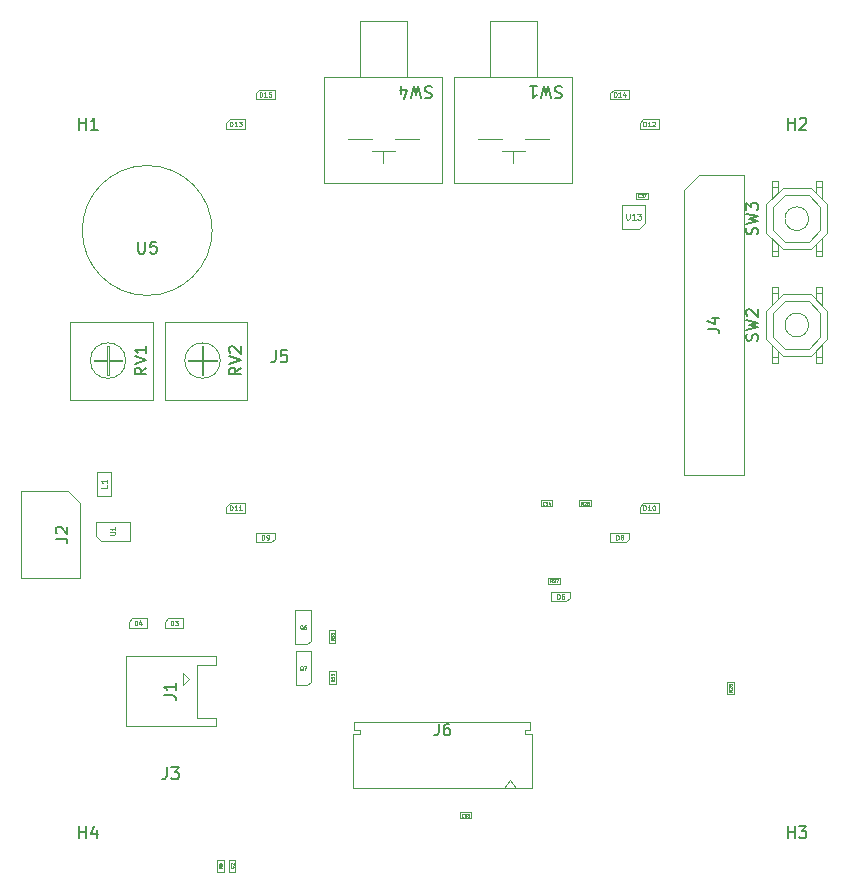
<source format=gbr>
G04 #@! TF.GenerationSoftware,KiCad,Pcbnew,(6.0.10)*
G04 #@! TF.CreationDate,2023-01-06T16:36:24-08:00*
G04 #@! TF.ProjectId,ai-camera,61692d63-616d-4657-9261-2e6b69636164,rev?*
G04 #@! TF.SameCoordinates,Original*
G04 #@! TF.FileFunction,AssemblyDrawing,Top*
%FSLAX46Y46*%
G04 Gerber Fmt 4.6, Leading zero omitted, Abs format (unit mm)*
G04 Created by KiCad (PCBNEW (6.0.10)) date 2023-01-06 16:36:24*
%MOMM*%
%LPD*%
G01*
G04 APERTURE LIST*
%ADD10C,0.150000*%
%ADD11C,0.040000*%
%ADD12C,0.080000*%
%ADD13C,0.060000*%
%ADD14C,0.050000*%
%ADD15C,0.100000*%
G04 APERTURE END LIST*
D10*
X99238095Y-110452380D02*
X99238095Y-109452380D01*
X99238095Y-109928571D02*
X99809523Y-109928571D01*
X99809523Y-110452380D02*
X99809523Y-109452380D01*
X100714285Y-109785714D02*
X100714285Y-110452380D01*
X100476190Y-109404761D02*
X100238095Y-110119047D01*
X100857142Y-110119047D01*
X99238095Y-50452380D02*
X99238095Y-49452380D01*
X99238095Y-49928571D02*
X99809523Y-49928571D01*
X99809523Y-50452380D02*
X99809523Y-49452380D01*
X100809523Y-50452380D02*
X100238095Y-50452380D01*
X100523809Y-50452380D02*
X100523809Y-49452380D01*
X100428571Y-49595238D01*
X100333333Y-49690476D01*
X100238095Y-49738095D01*
D11*
X120792619Y-93542142D02*
X120668809Y-93628809D01*
X120792619Y-93690714D02*
X120532619Y-93690714D01*
X120532619Y-93591666D01*
X120545000Y-93566904D01*
X120557380Y-93554523D01*
X120582142Y-93542142D01*
X120619285Y-93542142D01*
X120644047Y-93554523D01*
X120656428Y-93566904D01*
X120668809Y-93591666D01*
X120668809Y-93690714D01*
X120792619Y-93294523D02*
X120792619Y-93443095D01*
X120792619Y-93368809D02*
X120532619Y-93368809D01*
X120569761Y-93393571D01*
X120594523Y-93418333D01*
X120606904Y-93443095D01*
X120532619Y-93207857D02*
X120532619Y-93046904D01*
X120631666Y-93133571D01*
X120631666Y-93096428D01*
X120644047Y-93071666D01*
X120656428Y-93059285D01*
X120681190Y-93046904D01*
X120743095Y-93046904D01*
X120767857Y-93059285D01*
X120780238Y-93071666D01*
X120792619Y-93096428D01*
X120792619Y-93170714D01*
X120780238Y-93195476D01*
X120767857Y-93207857D01*
D10*
X156654761Y-68333333D02*
X156702380Y-68190476D01*
X156702380Y-67952380D01*
X156654761Y-67857142D01*
X156607142Y-67809523D01*
X156511904Y-67761904D01*
X156416666Y-67761904D01*
X156321428Y-67809523D01*
X156273809Y-67857142D01*
X156226190Y-67952380D01*
X156178571Y-68142857D01*
X156130952Y-68238095D01*
X156083333Y-68285714D01*
X155988095Y-68333333D01*
X155892857Y-68333333D01*
X155797619Y-68285714D01*
X155750000Y-68238095D01*
X155702380Y-68142857D01*
X155702380Y-67904761D01*
X155750000Y-67761904D01*
X155702380Y-67428571D02*
X156702380Y-67190476D01*
X155988095Y-67000000D01*
X156702380Y-66809523D01*
X155702380Y-66571428D01*
X155797619Y-66238095D02*
X155750000Y-66190476D01*
X155702380Y-66095238D01*
X155702380Y-65857142D01*
X155750000Y-65761904D01*
X155797619Y-65714285D01*
X155892857Y-65666666D01*
X155988095Y-65666666D01*
X156130952Y-65714285D01*
X156702380Y-66285714D01*
X156702380Y-65666666D01*
D12*
X101576190Y-80533333D02*
X101576190Y-80771428D01*
X101076190Y-80771428D01*
X101576190Y-80104761D02*
X101576190Y-80390476D01*
X101576190Y-80247619D02*
X101076190Y-80247619D01*
X101147619Y-80295238D01*
X101195238Y-80342857D01*
X101219047Y-80390476D01*
D11*
X131789285Y-108614285D02*
X131777380Y-108626190D01*
X131741666Y-108638095D01*
X131717857Y-108638095D01*
X131682142Y-108626190D01*
X131658333Y-108602380D01*
X131646428Y-108578571D01*
X131634523Y-108530952D01*
X131634523Y-108495238D01*
X131646428Y-108447619D01*
X131658333Y-108423809D01*
X131682142Y-108400000D01*
X131717857Y-108388095D01*
X131741666Y-108388095D01*
X131777380Y-108400000D01*
X131789285Y-108411904D01*
X131872619Y-108388095D02*
X132027380Y-108388095D01*
X131944047Y-108483333D01*
X131979761Y-108483333D01*
X132003571Y-108495238D01*
X132015476Y-108507142D01*
X132027380Y-108530952D01*
X132027380Y-108590476D01*
X132015476Y-108614285D01*
X132003571Y-108626190D01*
X131979761Y-108638095D01*
X131908333Y-108638095D01*
X131884523Y-108626190D01*
X131872619Y-108614285D01*
X132110714Y-108388095D02*
X132265476Y-108388095D01*
X132182142Y-108483333D01*
X132217857Y-108483333D01*
X132241666Y-108495238D01*
X132253571Y-108507142D01*
X132265476Y-108530952D01*
X132265476Y-108590476D01*
X132253571Y-108614285D01*
X132241666Y-108626190D01*
X132217857Y-108638095D01*
X132146428Y-108638095D01*
X132122619Y-108626190D01*
X132110714Y-108614285D01*
D13*
X139704761Y-90180952D02*
X139704761Y-89780952D01*
X139800000Y-89780952D01*
X139857142Y-89800000D01*
X139895238Y-89838095D01*
X139914285Y-89876190D01*
X139933333Y-89952380D01*
X139933333Y-90009523D01*
X139914285Y-90085714D01*
X139895238Y-90123809D01*
X139857142Y-90161904D01*
X139800000Y-90180952D01*
X139704761Y-90180952D01*
X140276190Y-89780952D02*
X140200000Y-89780952D01*
X140161904Y-89800000D01*
X140142857Y-89819047D01*
X140104761Y-89876190D01*
X140085714Y-89952380D01*
X140085714Y-90104761D01*
X140104761Y-90142857D01*
X140123809Y-90161904D01*
X140161904Y-90180952D01*
X140238095Y-90180952D01*
X140276190Y-90161904D01*
X140295238Y-90142857D01*
X140314285Y-90104761D01*
X140314285Y-90009523D01*
X140295238Y-89971428D01*
X140276190Y-89952380D01*
X140238095Y-89933333D01*
X140161904Y-89933333D01*
X140123809Y-89952380D01*
X140104761Y-89971428D01*
X140085714Y-90009523D01*
D11*
X141912857Y-82217619D02*
X141826190Y-82093809D01*
X141764285Y-82217619D02*
X141764285Y-81957619D01*
X141863333Y-81957619D01*
X141888095Y-81970000D01*
X141900476Y-81982380D01*
X141912857Y-82007142D01*
X141912857Y-82044285D01*
X141900476Y-82069047D01*
X141888095Y-82081428D01*
X141863333Y-82093809D01*
X141764285Y-82093809D01*
X142011904Y-81982380D02*
X142024285Y-81970000D01*
X142049047Y-81957619D01*
X142110952Y-81957619D01*
X142135714Y-81970000D01*
X142148095Y-81982380D01*
X142160476Y-82007142D01*
X142160476Y-82031904D01*
X142148095Y-82069047D01*
X141999523Y-82217619D01*
X142160476Y-82217619D01*
X142395714Y-81957619D02*
X142271904Y-81957619D01*
X142259523Y-82081428D01*
X142271904Y-82069047D01*
X142296666Y-82056666D01*
X142358571Y-82056666D01*
X142383333Y-82069047D01*
X142395714Y-82081428D01*
X142408095Y-82106190D01*
X142408095Y-82168095D01*
X142395714Y-82192857D01*
X142383333Y-82205238D01*
X142358571Y-82217619D01*
X142296666Y-82217619D01*
X142271904Y-82205238D01*
X142259523Y-82192857D01*
D13*
X103929761Y-92430952D02*
X103929761Y-92030952D01*
X104025000Y-92030952D01*
X104082142Y-92050000D01*
X104120238Y-92088095D01*
X104139285Y-92126190D01*
X104158333Y-92202380D01*
X104158333Y-92259523D01*
X104139285Y-92335714D01*
X104120238Y-92373809D01*
X104082142Y-92411904D01*
X104025000Y-92430952D01*
X103929761Y-92430952D01*
X104501190Y-92164285D02*
X104501190Y-92430952D01*
X104405952Y-92011904D02*
X104310714Y-92297619D01*
X104558333Y-92297619D01*
X112014285Y-82680952D02*
X112014285Y-82280952D01*
X112109523Y-82280952D01*
X112166666Y-82300000D01*
X112204761Y-82338095D01*
X112223809Y-82376190D01*
X112242857Y-82452380D01*
X112242857Y-82509523D01*
X112223809Y-82585714D01*
X112204761Y-82623809D01*
X112166666Y-82661904D01*
X112109523Y-82680952D01*
X112014285Y-82680952D01*
X112623809Y-82680952D02*
X112395238Y-82680952D01*
X112509523Y-82680952D02*
X112509523Y-82280952D01*
X112471428Y-82338095D01*
X112433333Y-82376190D01*
X112395238Y-82395238D01*
X113004761Y-82680952D02*
X112776190Y-82680952D01*
X112890476Y-82680952D02*
X112890476Y-82280952D01*
X112852380Y-82338095D01*
X112814285Y-82376190D01*
X112776190Y-82395238D01*
D10*
X129083333Y-46845238D02*
X128940476Y-46797619D01*
X128702380Y-46797619D01*
X128607142Y-46845238D01*
X128559523Y-46892857D01*
X128511904Y-46988095D01*
X128511904Y-47083333D01*
X128559523Y-47178571D01*
X128607142Y-47226190D01*
X128702380Y-47273809D01*
X128892857Y-47321428D01*
X128988095Y-47369047D01*
X129035714Y-47416666D01*
X129083333Y-47511904D01*
X129083333Y-47607142D01*
X129035714Y-47702380D01*
X128988095Y-47750000D01*
X128892857Y-47797619D01*
X128654761Y-47797619D01*
X128511904Y-47750000D01*
X128178571Y-47797619D02*
X127940476Y-46797619D01*
X127750000Y-47511904D01*
X127559523Y-46797619D01*
X127321428Y-47797619D01*
X126511904Y-47464285D02*
X126511904Y-46797619D01*
X126750000Y-47845238D02*
X126988095Y-47130952D01*
X126369047Y-47130952D01*
D13*
X147014285Y-82680952D02*
X147014285Y-82280952D01*
X147109523Y-82280952D01*
X147166666Y-82300000D01*
X147204761Y-82338095D01*
X147223809Y-82376190D01*
X147242857Y-82452380D01*
X147242857Y-82509523D01*
X147223809Y-82585714D01*
X147204761Y-82623809D01*
X147166666Y-82661904D01*
X147109523Y-82680952D01*
X147014285Y-82680952D01*
X147623809Y-82680952D02*
X147395238Y-82680952D01*
X147509523Y-82680952D02*
X147509523Y-82280952D01*
X147471428Y-82338095D01*
X147433333Y-82376190D01*
X147395238Y-82395238D01*
X147871428Y-82280952D02*
X147909523Y-82280952D01*
X147947619Y-82300000D01*
X147966666Y-82319047D01*
X147985714Y-82357142D01*
X148004761Y-82433333D01*
X148004761Y-82528571D01*
X147985714Y-82604761D01*
X147966666Y-82642857D01*
X147947619Y-82661904D01*
X147909523Y-82680952D01*
X147871428Y-82680952D01*
X147833333Y-82661904D01*
X147814285Y-82642857D01*
X147795238Y-82604761D01*
X147776190Y-82528571D01*
X147776190Y-82433333D01*
X147795238Y-82357142D01*
X147814285Y-82319047D01*
X147833333Y-82300000D01*
X147871428Y-82280952D01*
D10*
X106402380Y-98333333D02*
X107116666Y-98333333D01*
X107259523Y-98380952D01*
X107354761Y-98476190D01*
X107402380Y-98619047D01*
X107402380Y-98714285D01*
X107402380Y-97333333D02*
X107402380Y-97904761D01*
X107402380Y-97619047D02*
X106402380Y-97619047D01*
X106545238Y-97714285D01*
X106640476Y-97809523D01*
X106688095Y-97904761D01*
D11*
X138649285Y-82189285D02*
X138637380Y-82201190D01*
X138601666Y-82213095D01*
X138577857Y-82213095D01*
X138542142Y-82201190D01*
X138518333Y-82177380D01*
X138506428Y-82153571D01*
X138494523Y-82105952D01*
X138494523Y-82070238D01*
X138506428Y-82022619D01*
X138518333Y-81998809D01*
X138542142Y-81975000D01*
X138577857Y-81963095D01*
X138601666Y-81963095D01*
X138637380Y-81975000D01*
X138649285Y-81986904D01*
X138887380Y-82213095D02*
X138744523Y-82213095D01*
X138815952Y-82213095D02*
X138815952Y-81963095D01*
X138792142Y-81998809D01*
X138768333Y-82022619D01*
X138744523Y-82034523D01*
X139101666Y-82046428D02*
X139101666Y-82213095D01*
X139042142Y-81951190D02*
X138982619Y-82129761D01*
X139137380Y-82129761D01*
D13*
X114514285Y-47680952D02*
X114514285Y-47280952D01*
X114609523Y-47280952D01*
X114666666Y-47300000D01*
X114704761Y-47338095D01*
X114723809Y-47376190D01*
X114742857Y-47452380D01*
X114742857Y-47509523D01*
X114723809Y-47585714D01*
X114704761Y-47623809D01*
X114666666Y-47661904D01*
X114609523Y-47680952D01*
X114514285Y-47680952D01*
X115123809Y-47680952D02*
X114895238Y-47680952D01*
X115009523Y-47680952D02*
X115009523Y-47280952D01*
X114971428Y-47338095D01*
X114933333Y-47376190D01*
X114895238Y-47395238D01*
X115485714Y-47280952D02*
X115295238Y-47280952D01*
X115276190Y-47471428D01*
X115295238Y-47452380D01*
X115333333Y-47433333D01*
X115428571Y-47433333D01*
X115466666Y-47452380D01*
X115485714Y-47471428D01*
X115504761Y-47509523D01*
X115504761Y-47604761D01*
X115485714Y-47642857D01*
X115466666Y-47661904D01*
X115428571Y-47680952D01*
X115333333Y-47680952D01*
X115295238Y-47661904D01*
X115276190Y-47642857D01*
D12*
X145560952Y-57576190D02*
X145560952Y-57980952D01*
X145584761Y-58028571D01*
X145608571Y-58052380D01*
X145656190Y-58076190D01*
X145751428Y-58076190D01*
X145799047Y-58052380D01*
X145822857Y-58028571D01*
X145846666Y-57980952D01*
X145846666Y-57576190D01*
X146346666Y-58076190D02*
X146060952Y-58076190D01*
X146203809Y-58076190D02*
X146203809Y-57576190D01*
X146156190Y-57647619D01*
X146108571Y-57695238D01*
X146060952Y-57719047D01*
X146513333Y-57576190D02*
X146822857Y-57576190D01*
X146656190Y-57766666D01*
X146727619Y-57766666D01*
X146775238Y-57790476D01*
X146799047Y-57814285D01*
X146822857Y-57861904D01*
X146822857Y-57980952D01*
X146799047Y-58028571D01*
X146775238Y-58052380D01*
X146727619Y-58076190D01*
X146584761Y-58076190D01*
X146537142Y-58052380D01*
X146513333Y-58028571D01*
D13*
X114704761Y-85180952D02*
X114704761Y-84780952D01*
X114800000Y-84780952D01*
X114857142Y-84800000D01*
X114895238Y-84838095D01*
X114914285Y-84876190D01*
X114933333Y-84952380D01*
X114933333Y-85009523D01*
X114914285Y-85085714D01*
X114895238Y-85123809D01*
X114857142Y-85161904D01*
X114800000Y-85180952D01*
X114704761Y-85180952D01*
X115123809Y-85180952D02*
X115200000Y-85180952D01*
X115238095Y-85161904D01*
X115257142Y-85142857D01*
X115295238Y-85085714D01*
X115314285Y-85009523D01*
X115314285Y-84857142D01*
X115295238Y-84819047D01*
X115276190Y-84800000D01*
X115238095Y-84780952D01*
X115161904Y-84780952D01*
X115123809Y-84800000D01*
X115104761Y-84819047D01*
X115085714Y-84857142D01*
X115085714Y-84952380D01*
X115104761Y-84990476D01*
X115123809Y-85009523D01*
X115161904Y-85028571D01*
X115238095Y-85028571D01*
X115276190Y-85009523D01*
X115295238Y-84990476D01*
X115314285Y-84952380D01*
X106979761Y-92430952D02*
X106979761Y-92030952D01*
X107075000Y-92030952D01*
X107132142Y-92050000D01*
X107170238Y-92088095D01*
X107189285Y-92126190D01*
X107208333Y-92202380D01*
X107208333Y-92259523D01*
X107189285Y-92335714D01*
X107170238Y-92373809D01*
X107132142Y-92411904D01*
X107075000Y-92430952D01*
X106979761Y-92430952D01*
X107341666Y-92030952D02*
X107589285Y-92030952D01*
X107455952Y-92183333D01*
X107513095Y-92183333D01*
X107551190Y-92202380D01*
X107570238Y-92221428D01*
X107589285Y-92259523D01*
X107589285Y-92354761D01*
X107570238Y-92392857D01*
X107551190Y-92411904D01*
X107513095Y-92430952D01*
X107398809Y-92430952D01*
X107360714Y-92411904D01*
X107341666Y-92392857D01*
D11*
X146719285Y-56139285D02*
X146707380Y-56151190D01*
X146671666Y-56163095D01*
X146647857Y-56163095D01*
X146612142Y-56151190D01*
X146588333Y-56127380D01*
X146576428Y-56103571D01*
X146564523Y-56055952D01*
X146564523Y-56020238D01*
X146576428Y-55972619D01*
X146588333Y-55948809D01*
X146612142Y-55925000D01*
X146647857Y-55913095D01*
X146671666Y-55913095D01*
X146707380Y-55925000D01*
X146719285Y-55936904D01*
X146802619Y-55913095D02*
X146957380Y-55913095D01*
X146874047Y-56008333D01*
X146909761Y-56008333D01*
X146933571Y-56020238D01*
X146945476Y-56032142D01*
X146957380Y-56055952D01*
X146957380Y-56115476D01*
X146945476Y-56139285D01*
X146933571Y-56151190D01*
X146909761Y-56163095D01*
X146838333Y-56163095D01*
X146814523Y-56151190D01*
X146802619Y-56139285D01*
X147040714Y-55913095D02*
X147207380Y-55913095D01*
X147100238Y-56163095D01*
D13*
X101880952Y-84754761D02*
X102204761Y-84754761D01*
X102242857Y-84735714D01*
X102261904Y-84716666D01*
X102280952Y-84678571D01*
X102280952Y-84602380D01*
X102261904Y-84564285D01*
X102242857Y-84545238D01*
X102204761Y-84526190D01*
X101880952Y-84526190D01*
X102280952Y-84126190D02*
X102280952Y-84354761D01*
X102280952Y-84240476D02*
X101880952Y-84240476D01*
X101938095Y-84278571D01*
X101976190Y-84316666D01*
X101995238Y-84354761D01*
D11*
X112289285Y-112821666D02*
X112301190Y-112833571D01*
X112313095Y-112869285D01*
X112313095Y-112893095D01*
X112301190Y-112928809D01*
X112277380Y-112952619D01*
X112253571Y-112964523D01*
X112205952Y-112976428D01*
X112170238Y-112976428D01*
X112122619Y-112964523D01*
X112098809Y-112952619D01*
X112075000Y-112928809D01*
X112063095Y-112893095D01*
X112063095Y-112869285D01*
X112075000Y-112833571D01*
X112086904Y-112821666D01*
X112086904Y-112726428D02*
X112075000Y-112714523D01*
X112063095Y-112690714D01*
X112063095Y-112631190D01*
X112075000Y-112607380D01*
X112086904Y-112595476D01*
X112110714Y-112583571D01*
X112134523Y-112583571D01*
X112170238Y-112595476D01*
X112313095Y-112738333D01*
X112313095Y-112583571D01*
D10*
X112937380Y-70610238D02*
X112461190Y-70943571D01*
X112937380Y-71181666D02*
X111937380Y-71181666D01*
X111937380Y-70800714D01*
X111985000Y-70705476D01*
X112032619Y-70657857D01*
X112127857Y-70610238D01*
X112270714Y-70610238D01*
X112365952Y-70657857D01*
X112413571Y-70705476D01*
X112461190Y-70800714D01*
X112461190Y-71181666D01*
X111937380Y-70324523D02*
X112937380Y-69991190D01*
X111937380Y-69657857D01*
X112032619Y-69372142D02*
X111985000Y-69324523D01*
X111937380Y-69229285D01*
X111937380Y-68991190D01*
X111985000Y-68895952D01*
X112032619Y-68848333D01*
X112127857Y-68800714D01*
X112223095Y-68800714D01*
X112365952Y-68848333D01*
X112937380Y-69419761D01*
X112937380Y-68800714D01*
X129666666Y-100752380D02*
X129666666Y-101466666D01*
X129619047Y-101609523D01*
X129523809Y-101704761D01*
X129380952Y-101752380D01*
X129285714Y-101752380D01*
X130571428Y-100752380D02*
X130380952Y-100752380D01*
X130285714Y-100800000D01*
X130238095Y-100847619D01*
X130142857Y-100990476D01*
X130095238Y-101180952D01*
X130095238Y-101561904D01*
X130142857Y-101657142D01*
X130190476Y-101704761D01*
X130285714Y-101752380D01*
X130476190Y-101752380D01*
X130571428Y-101704761D01*
X130619047Y-101657142D01*
X130666666Y-101561904D01*
X130666666Y-101323809D01*
X130619047Y-101228571D01*
X130571428Y-101180952D01*
X130476190Y-101133333D01*
X130285714Y-101133333D01*
X130190476Y-101180952D01*
X130142857Y-101228571D01*
X130095238Y-101323809D01*
D13*
X144514285Y-47680952D02*
X144514285Y-47280952D01*
X144609523Y-47280952D01*
X144666666Y-47300000D01*
X144704761Y-47338095D01*
X144723809Y-47376190D01*
X144742857Y-47452380D01*
X144742857Y-47509523D01*
X144723809Y-47585714D01*
X144704761Y-47623809D01*
X144666666Y-47661904D01*
X144609523Y-47680952D01*
X144514285Y-47680952D01*
X145123809Y-47680952D02*
X144895238Y-47680952D01*
X145009523Y-47680952D02*
X145009523Y-47280952D01*
X144971428Y-47338095D01*
X144933333Y-47376190D01*
X144895238Y-47395238D01*
X145466666Y-47414285D02*
X145466666Y-47680952D01*
X145371428Y-47261904D02*
X145276190Y-47547619D01*
X145523809Y-47547619D01*
D11*
X111317619Y-112843333D02*
X111193809Y-112930000D01*
X111317619Y-112991904D02*
X111057619Y-112991904D01*
X111057619Y-112892857D01*
X111070000Y-112868095D01*
X111082380Y-112855714D01*
X111107142Y-112843333D01*
X111144285Y-112843333D01*
X111169047Y-112855714D01*
X111181428Y-112868095D01*
X111193809Y-112892857D01*
X111193809Y-112991904D01*
X111057619Y-112608095D02*
X111057619Y-112731904D01*
X111181428Y-112744285D01*
X111169047Y-112731904D01*
X111156666Y-112707142D01*
X111156666Y-112645238D01*
X111169047Y-112620476D01*
X111181428Y-112608095D01*
X111206190Y-112595714D01*
X111268095Y-112595714D01*
X111292857Y-112608095D01*
X111305238Y-112620476D01*
X111317619Y-112645238D01*
X111317619Y-112707142D01*
X111305238Y-112731904D01*
X111292857Y-112744285D01*
D13*
X147014285Y-50180952D02*
X147014285Y-49780952D01*
X147109523Y-49780952D01*
X147166666Y-49800000D01*
X147204761Y-49838095D01*
X147223809Y-49876190D01*
X147242857Y-49952380D01*
X147242857Y-50009523D01*
X147223809Y-50085714D01*
X147204761Y-50123809D01*
X147166666Y-50161904D01*
X147109523Y-50180952D01*
X147014285Y-50180952D01*
X147623809Y-50180952D02*
X147395238Y-50180952D01*
X147509523Y-50180952D02*
X147509523Y-49780952D01*
X147471428Y-49838095D01*
X147433333Y-49876190D01*
X147395238Y-49895238D01*
X147776190Y-49819047D02*
X147795238Y-49800000D01*
X147833333Y-49780952D01*
X147928571Y-49780952D01*
X147966666Y-49800000D01*
X147985714Y-49819047D01*
X148004761Y-49857142D01*
X148004761Y-49895238D01*
X147985714Y-49952380D01*
X147757142Y-50180952D01*
X148004761Y-50180952D01*
D10*
X140083333Y-46845238D02*
X139940476Y-46797619D01*
X139702380Y-46797619D01*
X139607142Y-46845238D01*
X139559523Y-46892857D01*
X139511904Y-46988095D01*
X139511904Y-47083333D01*
X139559523Y-47178571D01*
X139607142Y-47226190D01*
X139702380Y-47273809D01*
X139892857Y-47321428D01*
X139988095Y-47369047D01*
X140035714Y-47416666D01*
X140083333Y-47511904D01*
X140083333Y-47607142D01*
X140035714Y-47702380D01*
X139988095Y-47750000D01*
X139892857Y-47797619D01*
X139654761Y-47797619D01*
X139511904Y-47750000D01*
X139178571Y-47797619D02*
X138940476Y-46797619D01*
X138750000Y-47511904D01*
X138559523Y-46797619D01*
X138321428Y-47797619D01*
X137416666Y-46797619D02*
X137988095Y-46797619D01*
X137702380Y-46797619D02*
X137702380Y-47797619D01*
X137797619Y-47654761D01*
X137892857Y-47559523D01*
X137988095Y-47511904D01*
X156654761Y-59333333D02*
X156702380Y-59190476D01*
X156702380Y-58952380D01*
X156654761Y-58857142D01*
X156607142Y-58809523D01*
X156511904Y-58761904D01*
X156416666Y-58761904D01*
X156321428Y-58809523D01*
X156273809Y-58857142D01*
X156226190Y-58952380D01*
X156178571Y-59142857D01*
X156130952Y-59238095D01*
X156083333Y-59285714D01*
X155988095Y-59333333D01*
X155892857Y-59333333D01*
X155797619Y-59285714D01*
X155750000Y-59238095D01*
X155702380Y-59142857D01*
X155702380Y-58904761D01*
X155750000Y-58761904D01*
X155702380Y-58428571D02*
X156702380Y-58190476D01*
X155988095Y-58000000D01*
X156702380Y-57809523D01*
X155702380Y-57571428D01*
X155702380Y-57285714D02*
X155702380Y-56666666D01*
X156083333Y-57000000D01*
X156083333Y-56857142D01*
X156130952Y-56761904D01*
X156178571Y-56714285D01*
X156273809Y-56666666D01*
X156511904Y-56666666D01*
X156607142Y-56714285D01*
X156654761Y-56761904D01*
X156702380Y-56857142D01*
X156702380Y-57142857D01*
X156654761Y-57238095D01*
X156607142Y-57285714D01*
X115866666Y-69152380D02*
X115866666Y-69866666D01*
X115819047Y-70009523D01*
X115723809Y-70104761D01*
X115580952Y-70152380D01*
X115485714Y-70152380D01*
X116819047Y-69152380D02*
X116342857Y-69152380D01*
X116295238Y-69628571D01*
X116342857Y-69580952D01*
X116438095Y-69533333D01*
X116676190Y-69533333D01*
X116771428Y-69580952D01*
X116819047Y-69628571D01*
X116866666Y-69723809D01*
X116866666Y-69961904D01*
X116819047Y-70057142D01*
X116771428Y-70104761D01*
X116676190Y-70152380D01*
X116438095Y-70152380D01*
X116342857Y-70104761D01*
X116295238Y-70057142D01*
X97252380Y-85083333D02*
X97966666Y-85083333D01*
X98109523Y-85130952D01*
X98204761Y-85226190D01*
X98252380Y-85369047D01*
X98252380Y-85464285D01*
X97347619Y-84654761D02*
X97300000Y-84607142D01*
X97252380Y-84511904D01*
X97252380Y-84273809D01*
X97300000Y-84178571D01*
X97347619Y-84130952D01*
X97442857Y-84083333D01*
X97538095Y-84083333D01*
X97680952Y-84130952D01*
X98252380Y-84702380D01*
X98252380Y-84083333D01*
D13*
X112014285Y-50180952D02*
X112014285Y-49780952D01*
X112109523Y-49780952D01*
X112166666Y-49800000D01*
X112204761Y-49838095D01*
X112223809Y-49876190D01*
X112242857Y-49952380D01*
X112242857Y-50009523D01*
X112223809Y-50085714D01*
X112204761Y-50123809D01*
X112166666Y-50161904D01*
X112109523Y-50180952D01*
X112014285Y-50180952D01*
X112623809Y-50180952D02*
X112395238Y-50180952D01*
X112509523Y-50180952D02*
X112509523Y-49780952D01*
X112471428Y-49838095D01*
X112433333Y-49876190D01*
X112395238Y-49895238D01*
X112757142Y-49780952D02*
X113004761Y-49780952D01*
X112871428Y-49933333D01*
X112928571Y-49933333D01*
X112966666Y-49952380D01*
X112985714Y-49971428D01*
X113004761Y-50009523D01*
X113004761Y-50104761D01*
X112985714Y-50142857D01*
X112966666Y-50161904D01*
X112928571Y-50180952D01*
X112814285Y-50180952D01*
X112776190Y-50161904D01*
X112757142Y-50142857D01*
D10*
X104937380Y-70610238D02*
X104461190Y-70943571D01*
X104937380Y-71181666D02*
X103937380Y-71181666D01*
X103937380Y-70800714D01*
X103985000Y-70705476D01*
X104032619Y-70657857D01*
X104127857Y-70610238D01*
X104270714Y-70610238D01*
X104365952Y-70657857D01*
X104413571Y-70705476D01*
X104461190Y-70800714D01*
X104461190Y-71181666D01*
X103937380Y-70324523D02*
X104937380Y-69991190D01*
X103937380Y-69657857D01*
X104937380Y-68800714D02*
X104937380Y-69372142D01*
X104937380Y-69086428D02*
X103937380Y-69086428D01*
X104080238Y-69181666D01*
X104175476Y-69276904D01*
X104223095Y-69372142D01*
X159238095Y-50452380D02*
X159238095Y-49452380D01*
X159238095Y-49928571D02*
X159809523Y-49928571D01*
X159809523Y-50452380D02*
X159809523Y-49452380D01*
X160238095Y-49547619D02*
X160285714Y-49500000D01*
X160380952Y-49452380D01*
X160619047Y-49452380D01*
X160714285Y-49500000D01*
X160761904Y-49547619D01*
X160809523Y-49642857D01*
X160809523Y-49738095D01*
X160761904Y-49880952D01*
X160190476Y-50452380D01*
X160809523Y-50452380D01*
X152447380Y-67338333D02*
X153161666Y-67338333D01*
X153304523Y-67385952D01*
X153399761Y-67481190D01*
X153447380Y-67624047D01*
X153447380Y-67719285D01*
X152780714Y-66433571D02*
X153447380Y-66433571D01*
X152399761Y-66671666D02*
X153114047Y-66909761D01*
X153114047Y-66290714D01*
D11*
X139282857Y-88792619D02*
X139196190Y-88668809D01*
X139134285Y-88792619D02*
X139134285Y-88532619D01*
X139233333Y-88532619D01*
X139258095Y-88545000D01*
X139270476Y-88557380D01*
X139282857Y-88582142D01*
X139282857Y-88619285D01*
X139270476Y-88644047D01*
X139258095Y-88656428D01*
X139233333Y-88668809D01*
X139134285Y-88668809D01*
X139381904Y-88557380D02*
X139394285Y-88545000D01*
X139419047Y-88532619D01*
X139480952Y-88532619D01*
X139505714Y-88545000D01*
X139518095Y-88557380D01*
X139530476Y-88582142D01*
X139530476Y-88606904D01*
X139518095Y-88644047D01*
X139369523Y-88792619D01*
X139530476Y-88792619D01*
X139617142Y-88532619D02*
X139790476Y-88532619D01*
X139679047Y-88792619D01*
D13*
X144704761Y-85180952D02*
X144704761Y-84780952D01*
X144800000Y-84780952D01*
X144857142Y-84800000D01*
X144895238Y-84838095D01*
X144914285Y-84876190D01*
X144933333Y-84952380D01*
X144933333Y-85009523D01*
X144914285Y-85085714D01*
X144895238Y-85123809D01*
X144857142Y-85161904D01*
X144800000Y-85180952D01*
X144704761Y-85180952D01*
X145161904Y-84952380D02*
X145123809Y-84933333D01*
X145104761Y-84914285D01*
X145085714Y-84876190D01*
X145085714Y-84857142D01*
X145104761Y-84819047D01*
X145123809Y-84800000D01*
X145161904Y-84780952D01*
X145238095Y-84780952D01*
X145276190Y-84800000D01*
X145295238Y-84819047D01*
X145314285Y-84857142D01*
X145314285Y-84876190D01*
X145295238Y-84914285D01*
X145276190Y-84933333D01*
X145238095Y-84952380D01*
X145161904Y-84952380D01*
X145123809Y-84971428D01*
X145104761Y-84990476D01*
X145085714Y-85028571D01*
X145085714Y-85104761D01*
X145104761Y-85142857D01*
X145123809Y-85161904D01*
X145161904Y-85180952D01*
X145238095Y-85180952D01*
X145276190Y-85161904D01*
X145295238Y-85142857D01*
X145314285Y-85104761D01*
X145314285Y-85028571D01*
X145295238Y-84990476D01*
X145276190Y-84971428D01*
X145238095Y-84952380D01*
D14*
X118182023Y-96250238D02*
X118151547Y-96235000D01*
X118121071Y-96204523D01*
X118075357Y-96158809D01*
X118044880Y-96143571D01*
X118014404Y-96143571D01*
X118029642Y-96219761D02*
X117999166Y-96204523D01*
X117968690Y-96174047D01*
X117953452Y-96113095D01*
X117953452Y-96006428D01*
X117968690Y-95945476D01*
X117999166Y-95915000D01*
X118029642Y-95899761D01*
X118090595Y-95899761D01*
X118121071Y-95915000D01*
X118151547Y-95945476D01*
X118166785Y-96006428D01*
X118166785Y-96113095D01*
X118151547Y-96174047D01*
X118121071Y-96204523D01*
X118090595Y-96219761D01*
X118029642Y-96219761D01*
X118273452Y-95899761D02*
X118486785Y-95899761D01*
X118349642Y-96219761D01*
D10*
X159238095Y-110452380D02*
X159238095Y-109452380D01*
X159238095Y-109928571D02*
X159809523Y-109928571D01*
X159809523Y-110452380D02*
X159809523Y-109452380D01*
X160190476Y-109452380D02*
X160809523Y-109452380D01*
X160476190Y-109833333D01*
X160619047Y-109833333D01*
X160714285Y-109880952D01*
X160761904Y-109928571D01*
X160809523Y-110023809D01*
X160809523Y-110261904D01*
X160761904Y-110357142D01*
X160714285Y-110404761D01*
X160619047Y-110452380D01*
X160333333Y-110452380D01*
X160238095Y-110404761D01*
X160190476Y-110357142D01*
D11*
X120817619Y-97017142D02*
X120693809Y-97103809D01*
X120817619Y-97165714D02*
X120557619Y-97165714D01*
X120557619Y-97066666D01*
X120570000Y-97041904D01*
X120582380Y-97029523D01*
X120607142Y-97017142D01*
X120644285Y-97017142D01*
X120669047Y-97029523D01*
X120681428Y-97041904D01*
X120693809Y-97066666D01*
X120693809Y-97165714D01*
X120817619Y-96769523D02*
X120817619Y-96918095D01*
X120817619Y-96843809D02*
X120557619Y-96843809D01*
X120594761Y-96868571D01*
X120619523Y-96893333D01*
X120631904Y-96918095D01*
X120557619Y-96534285D02*
X120557619Y-96658095D01*
X120681428Y-96670476D01*
X120669047Y-96658095D01*
X120656666Y-96633333D01*
X120656666Y-96571428D01*
X120669047Y-96546666D01*
X120681428Y-96534285D01*
X120706190Y-96521904D01*
X120768095Y-96521904D01*
X120792857Y-96534285D01*
X120805238Y-96546666D01*
X120817619Y-96571428D01*
X120817619Y-96633333D01*
X120805238Y-96658095D01*
X120792857Y-96670476D01*
D14*
X118169523Y-92775238D02*
X118139047Y-92760000D01*
X118108571Y-92729523D01*
X118062857Y-92683809D01*
X118032380Y-92668571D01*
X118001904Y-92668571D01*
X118017142Y-92744761D02*
X117986666Y-92729523D01*
X117956190Y-92699047D01*
X117940952Y-92638095D01*
X117940952Y-92531428D01*
X117956190Y-92470476D01*
X117986666Y-92440000D01*
X118017142Y-92424761D01*
X118078095Y-92424761D01*
X118108571Y-92440000D01*
X118139047Y-92470476D01*
X118154285Y-92531428D01*
X118154285Y-92638095D01*
X118139047Y-92699047D01*
X118108571Y-92729523D01*
X118078095Y-92744761D01*
X118017142Y-92744761D01*
X118428571Y-92424761D02*
X118367619Y-92424761D01*
X118337142Y-92440000D01*
X118321904Y-92455238D01*
X118291428Y-92500952D01*
X118276190Y-92561904D01*
X118276190Y-92683809D01*
X118291428Y-92714285D01*
X118306666Y-92729523D01*
X118337142Y-92744761D01*
X118398095Y-92744761D01*
X118428571Y-92729523D01*
X118443809Y-92714285D01*
X118459047Y-92683809D01*
X118459047Y-92607619D01*
X118443809Y-92577142D01*
X118428571Y-92561904D01*
X118398095Y-92546666D01*
X118337142Y-92546666D01*
X118306666Y-92561904D01*
X118291428Y-92577142D01*
X118276190Y-92607619D01*
D11*
X154497619Y-97897142D02*
X154373809Y-97983809D01*
X154497619Y-98045714D02*
X154237619Y-98045714D01*
X154237619Y-97946666D01*
X154250000Y-97921904D01*
X154262380Y-97909523D01*
X154287142Y-97897142D01*
X154324285Y-97897142D01*
X154349047Y-97909523D01*
X154361428Y-97921904D01*
X154373809Y-97946666D01*
X154373809Y-98045714D01*
X154262380Y-97798095D02*
X154250000Y-97785714D01*
X154237619Y-97760952D01*
X154237619Y-97699047D01*
X154250000Y-97674285D01*
X154262380Y-97661904D01*
X154287142Y-97649523D01*
X154311904Y-97649523D01*
X154349047Y-97661904D01*
X154497619Y-97810476D01*
X154497619Y-97649523D01*
X154237619Y-97426666D02*
X154237619Y-97476190D01*
X154250000Y-97500952D01*
X154262380Y-97513333D01*
X154299523Y-97538095D01*
X154349047Y-97550476D01*
X154448095Y-97550476D01*
X154472857Y-97538095D01*
X154485238Y-97525714D01*
X154497619Y-97500952D01*
X154497619Y-97451428D01*
X154485238Y-97426666D01*
X154472857Y-97414285D01*
X154448095Y-97401904D01*
X154386190Y-97401904D01*
X154361428Y-97414285D01*
X154349047Y-97426666D01*
X154336666Y-97451428D01*
X154336666Y-97500952D01*
X154349047Y-97525714D01*
X154361428Y-97538095D01*
X154386190Y-97550476D01*
D10*
X104238095Y-59952380D02*
X104238095Y-60761904D01*
X104285714Y-60857142D01*
X104333333Y-60904761D01*
X104428571Y-60952380D01*
X104619047Y-60952380D01*
X104714285Y-60904761D01*
X104761904Y-60857142D01*
X104809523Y-60761904D01*
X104809523Y-59952380D01*
X105761904Y-59952380D02*
X105285714Y-59952380D01*
X105238095Y-60428571D01*
X105285714Y-60380952D01*
X105380952Y-60333333D01*
X105619047Y-60333333D01*
X105714285Y-60380952D01*
X105761904Y-60428571D01*
X105809523Y-60523809D01*
X105809523Y-60761904D01*
X105761904Y-60857142D01*
X105714285Y-60904761D01*
X105619047Y-60952380D01*
X105380952Y-60952380D01*
X105285714Y-60904761D01*
X105238095Y-60857142D01*
X106666666Y-104452380D02*
X106666666Y-105166666D01*
X106619047Y-105309523D01*
X106523809Y-105404761D01*
X106380952Y-105452380D01*
X106285714Y-105452380D01*
X107047619Y-104452380D02*
X107666666Y-104452380D01*
X107333333Y-104833333D01*
X107476190Y-104833333D01*
X107571428Y-104880952D01*
X107619047Y-104928571D01*
X107666666Y-105023809D01*
X107666666Y-105261904D01*
X107619047Y-105357142D01*
X107571428Y-105404761D01*
X107476190Y-105452380D01*
X107190476Y-105452380D01*
X107095238Y-105404761D01*
X107047619Y-105357142D01*
D15*
X120405000Y-92850000D02*
X120945000Y-92850000D01*
X120405000Y-93900000D02*
X120405000Y-92850000D01*
X120945000Y-93900000D02*
X120405000Y-93900000D01*
X120945000Y-92850000D02*
X120945000Y-93900000D01*
X162100000Y-65300000D02*
X162100000Y-63800000D01*
X162100000Y-64300000D02*
X161600000Y-64300000D01*
X157400000Y-68200000D02*
X158800000Y-69600000D01*
X162100000Y-68700000D02*
X162100000Y-70200000D01*
X161600000Y-63800000D02*
X161600000Y-64800000D01*
X157900000Y-68700000D02*
X157900000Y-70200000D01*
X159000000Y-69000000D02*
X158000000Y-68000000D01*
X157900000Y-69700000D02*
X158400000Y-69700000D01*
X157900000Y-63800000D02*
X158400000Y-63800000D01*
X158400000Y-70200000D02*
X158400000Y-69200000D01*
X162000000Y-66000000D02*
X162000000Y-68000000D01*
X162100000Y-69700000D02*
X161600000Y-69700000D01*
X161000000Y-69000000D02*
X159000000Y-69000000D01*
X158000000Y-68000000D02*
X158000000Y-66000000D01*
X161200000Y-69600000D02*
X162600000Y-68200000D01*
X158800000Y-69600000D02*
X161200000Y-69600000D01*
X157900000Y-64300000D02*
X158400000Y-64300000D01*
X157900000Y-65300000D02*
X157900000Y-63800000D01*
X161600000Y-70200000D02*
X161600000Y-69200000D01*
X161000000Y-65000000D02*
X162000000Y-66000000D01*
X157900000Y-70200000D02*
X158400000Y-70200000D01*
X162000000Y-68000000D02*
X161000000Y-69000000D01*
X159000000Y-65000000D02*
X161000000Y-65000000D01*
X158000000Y-66000000D02*
X159000000Y-65000000D01*
X158400000Y-63800000D02*
X158400000Y-64800000D01*
X158800000Y-64400000D02*
X157400000Y-65800000D01*
X162100000Y-70200000D02*
X161600000Y-70200000D01*
X161200000Y-64400000D02*
X158800000Y-64400000D01*
X162600000Y-65800000D02*
X161200000Y-64400000D01*
X162600000Y-68200000D02*
X162600000Y-65800000D01*
X157400000Y-65800000D02*
X157400000Y-68200000D01*
X162100000Y-63800000D02*
X161600000Y-63800000D01*
X161000000Y-67000000D02*
G75*
G03*
X161000000Y-67000000I-1000000J0D01*
G01*
X101950000Y-79450000D02*
X101950000Y-81450000D01*
X100750000Y-81450000D02*
X100750000Y-79450000D01*
X100750000Y-79450000D02*
X101950000Y-79450000D01*
X101950000Y-81450000D02*
X100750000Y-81450000D01*
X132450000Y-108775000D02*
X131450000Y-108775000D01*
X132450000Y-108275000D02*
X132450000Y-108775000D01*
X131450000Y-108775000D02*
X131450000Y-108275000D01*
X131450000Y-108275000D02*
X132450000Y-108275000D01*
X139200000Y-90400000D02*
X140500000Y-90400000D01*
X140800000Y-90100000D02*
X140800000Y-89600000D01*
X139200000Y-89600000D02*
X139200000Y-90400000D01*
X140500000Y-90400000D02*
X140800000Y-90100000D01*
X140800000Y-89600000D02*
X139200000Y-89600000D01*
X142605000Y-82370000D02*
X141555000Y-82370000D01*
X142605000Y-81830000D02*
X142605000Y-82370000D01*
X141555000Y-82370000D02*
X141555000Y-81830000D01*
X141555000Y-81830000D02*
X142605000Y-81830000D01*
X103425000Y-92650000D02*
X105025000Y-92650000D01*
X105025000Y-92650000D02*
X105025000Y-91850000D01*
X103725000Y-91850000D02*
X103425000Y-92150000D01*
X103425000Y-92150000D02*
X103425000Y-92650000D01*
X105025000Y-91850000D02*
X103725000Y-91850000D01*
X113300000Y-82900000D02*
X113300000Y-82100000D01*
X111700000Y-82900000D02*
X113300000Y-82900000D01*
X111700000Y-82400000D02*
X111700000Y-82900000D01*
X113300000Y-82100000D02*
X112000000Y-82100000D01*
X112000000Y-82100000D02*
X111700000Y-82400000D01*
X125000000Y-53250000D02*
X125000000Y-52250000D01*
X124000000Y-51250000D02*
X122000000Y-51250000D01*
X128000000Y-51250000D02*
X126000000Y-51250000D01*
X126000000Y-52250000D02*
X124000000Y-52250000D01*
X127000000Y-46000000D02*
X123000000Y-46000000D01*
X123000000Y-46000000D02*
X123000000Y-41300000D01*
X123000000Y-41300000D02*
X127000000Y-41300000D01*
X127000000Y-41300000D02*
X127000000Y-46000000D01*
X120000000Y-55000000D02*
X130000000Y-55000000D01*
X130000000Y-55000000D02*
X130000000Y-46000000D01*
X130000000Y-46000000D02*
X120000000Y-46000000D01*
X120000000Y-46000000D02*
X120000000Y-55000000D01*
X146700000Y-82400000D02*
X146700000Y-82900000D01*
X146700000Y-82900000D02*
X148300000Y-82900000D01*
X148300000Y-82900000D02*
X148300000Y-82100000D01*
X147000000Y-82100000D02*
X146700000Y-82400000D01*
X148300000Y-82100000D02*
X147000000Y-82100000D01*
X110800000Y-100250000D02*
X109200000Y-100250000D01*
X109200000Y-100250000D02*
X109200000Y-95750000D01*
X108575000Y-97000000D02*
X108075000Y-96500000D01*
X103200000Y-100950000D02*
X110800000Y-100950000D01*
X103200000Y-95050000D02*
X103200000Y-100950000D01*
X109200000Y-95750000D02*
X110800000Y-95750000D01*
X108075000Y-96500000D02*
X108075000Y-97500000D01*
X110800000Y-100950000D02*
X110800000Y-100250000D01*
X110800000Y-95750000D02*
X110800000Y-95050000D01*
X110800000Y-95050000D02*
X103200000Y-95050000D01*
X108075000Y-97500000D02*
X108575000Y-97000000D01*
X138310000Y-82350000D02*
X138310000Y-81850000D01*
X139310000Y-81850000D02*
X139310000Y-82350000D01*
X139310000Y-82350000D02*
X138310000Y-82350000D01*
X138310000Y-81850000D02*
X139310000Y-81850000D01*
X115800000Y-47100000D02*
X114500000Y-47100000D01*
X115800000Y-47900000D02*
X115800000Y-47100000D01*
X114200000Y-47400000D02*
X114200000Y-47900000D01*
X114200000Y-47900000D02*
X115800000Y-47900000D01*
X114500000Y-47100000D02*
X114200000Y-47400000D01*
X147180000Y-58350000D02*
X146680000Y-58850000D01*
X145180000Y-58850000D02*
X145180000Y-56850000D01*
X147180000Y-56850000D02*
X147180000Y-58350000D01*
X146680000Y-58850000D02*
X145180000Y-58850000D01*
X145180000Y-56850000D02*
X147180000Y-56850000D01*
X114200000Y-85400000D02*
X115500000Y-85400000D01*
X114200000Y-84600000D02*
X114200000Y-85400000D01*
X115800000Y-85100000D02*
X115800000Y-84600000D01*
X115800000Y-84600000D02*
X114200000Y-84600000D01*
X115500000Y-85400000D02*
X115800000Y-85100000D01*
X108075000Y-91850000D02*
X106775000Y-91850000D01*
X106775000Y-91850000D02*
X106475000Y-92150000D01*
X106475000Y-92150000D02*
X106475000Y-92650000D01*
X106475000Y-92650000D02*
X108075000Y-92650000D01*
X108075000Y-92650000D02*
X108075000Y-91850000D01*
X147380000Y-56300000D02*
X146380000Y-56300000D01*
X146380000Y-56300000D02*
X146380000Y-55800000D01*
X147380000Y-55800000D02*
X147380000Y-56300000D01*
X146380000Y-55800000D02*
X147380000Y-55800000D01*
X103550000Y-83650000D02*
X103550000Y-85250000D01*
X100650000Y-83650000D02*
X103550000Y-83650000D01*
X100650000Y-84850000D02*
X100650000Y-83650000D01*
X101050000Y-85250000D02*
X100650000Y-84850000D01*
X103550000Y-85250000D02*
X101050000Y-85250000D01*
X111950000Y-112280000D02*
X112450000Y-112280000D01*
X111950000Y-113280000D02*
X111950000Y-112280000D01*
X112450000Y-113280000D02*
X111950000Y-113280000D01*
X112450000Y-112280000D02*
X112450000Y-113280000D01*
X109609000Y-70091000D02*
X108484000Y-70091000D01*
X109761000Y-71216000D02*
X109609000Y-71216000D01*
X108484000Y-69939000D02*
X109609000Y-69939000D01*
X113485000Y-73315000D02*
X113485000Y-66715000D01*
X108484000Y-70091000D02*
X108484000Y-69939000D01*
X106485000Y-66715000D02*
X106485000Y-73315000D01*
X106485000Y-73315000D02*
X113485000Y-73315000D01*
X109609000Y-69939000D02*
X109609000Y-68814000D01*
X113485000Y-66715000D02*
X106485000Y-66715000D01*
X109761000Y-69939000D02*
X110886000Y-69939000D01*
X110886000Y-70091000D02*
X109761000Y-70091000D01*
X109609000Y-71216000D02*
X109609000Y-70091000D01*
X110886000Y-69939000D02*
X110886000Y-70091000D01*
X109761000Y-70091000D02*
X109761000Y-71216000D01*
X109761000Y-68814000D02*
X109761000Y-69939000D01*
X109609000Y-68814000D02*
X109761000Y-68814000D01*
X111185000Y-70015000D02*
G75*
G03*
X111185000Y-70015000I-1500000J0D01*
G01*
X136950000Y-101300000D02*
X137450000Y-101300000D01*
X136950000Y-101600000D02*
X136950000Y-101300000D01*
X122550000Y-101300000D02*
X122550000Y-100600000D01*
X123050000Y-101300000D02*
X122550000Y-101300000D01*
X136250000Y-106200000D02*
X135750000Y-105492893D01*
X137450000Y-100600000D02*
X130000000Y-100600000D01*
X137550000Y-106200000D02*
X137550000Y-101600000D01*
X135750000Y-105492893D02*
X135250000Y-106200000D01*
X123050000Y-101600000D02*
X123050000Y-101300000D01*
X122450000Y-101600000D02*
X123050000Y-101600000D01*
X130000000Y-106200000D02*
X122450000Y-106200000D01*
X137550000Y-101600000D02*
X136950000Y-101600000D01*
X137450000Y-101300000D02*
X137450000Y-100600000D01*
X122550000Y-100600000D02*
X130000000Y-100600000D01*
X130000000Y-106200000D02*
X137550000Y-106200000D01*
X122450000Y-106200000D02*
X122450000Y-101600000D01*
X145800000Y-47100000D02*
X144500000Y-47100000D01*
X144500000Y-47100000D02*
X144200000Y-47400000D01*
X145800000Y-47900000D02*
X145800000Y-47100000D01*
X144200000Y-47900000D02*
X145800000Y-47900000D01*
X144200000Y-47400000D02*
X144200000Y-47900000D01*
X111470000Y-113325000D02*
X110930000Y-113325000D01*
X110930000Y-113325000D02*
X110930000Y-112275000D01*
X110930000Y-112275000D02*
X111470000Y-112275000D01*
X111470000Y-112275000D02*
X111470000Y-113325000D01*
X147000000Y-49600000D02*
X146700000Y-49900000D01*
X146700000Y-49900000D02*
X146700000Y-50400000D01*
X148300000Y-49600000D02*
X147000000Y-49600000D01*
X146700000Y-50400000D02*
X148300000Y-50400000D01*
X148300000Y-50400000D02*
X148300000Y-49600000D01*
X136000000Y-53250000D02*
X136000000Y-52250000D01*
X137000000Y-52250000D02*
X135000000Y-52250000D01*
X135000000Y-51250000D02*
X133000000Y-51250000D01*
X139000000Y-51250000D02*
X137000000Y-51250000D01*
X138000000Y-46000000D02*
X134000000Y-46000000D01*
X134000000Y-46000000D02*
X134000000Y-41300000D01*
X134000000Y-41300000D02*
X138000000Y-41300000D01*
X138000000Y-41300000D02*
X138000000Y-46000000D01*
X131000000Y-55000000D02*
X141000000Y-55000000D01*
X141000000Y-55000000D02*
X141000000Y-46000000D01*
X141000000Y-46000000D02*
X131000000Y-46000000D01*
X131000000Y-46000000D02*
X131000000Y-55000000D01*
X157900000Y-59700000D02*
X157900000Y-61200000D01*
X162100000Y-59700000D02*
X162100000Y-61200000D01*
X161600000Y-61200000D02*
X161600000Y-60200000D01*
X161000000Y-56000000D02*
X162000000Y-57000000D01*
X157900000Y-56300000D02*
X157900000Y-54800000D01*
X162100000Y-55300000D02*
X161600000Y-55300000D01*
X162100000Y-54800000D02*
X161600000Y-54800000D01*
X162000000Y-59000000D02*
X161000000Y-60000000D01*
X157900000Y-60700000D02*
X158400000Y-60700000D01*
X157900000Y-54800000D02*
X158400000Y-54800000D01*
X158400000Y-61200000D02*
X158400000Y-60200000D01*
X157400000Y-56800000D02*
X157400000Y-59200000D01*
X162600000Y-56800000D02*
X161200000Y-55400000D01*
X158800000Y-60600000D02*
X161200000Y-60600000D01*
X158000000Y-57000000D02*
X159000000Y-56000000D01*
X161200000Y-55400000D02*
X158800000Y-55400000D01*
X159000000Y-56000000D02*
X161000000Y-56000000D01*
X158800000Y-55400000D02*
X157400000Y-56800000D01*
X157400000Y-59200000D02*
X158800000Y-60600000D01*
X158400000Y-54800000D02*
X158400000Y-55800000D01*
X158000000Y-59000000D02*
X158000000Y-57000000D01*
X161200000Y-60600000D02*
X162600000Y-59200000D01*
X162000000Y-57000000D02*
X162000000Y-59000000D01*
X161000000Y-60000000D02*
X159000000Y-60000000D01*
X162100000Y-60700000D02*
X161600000Y-60700000D01*
X157900000Y-55300000D02*
X158400000Y-55300000D01*
X162100000Y-61200000D02*
X161600000Y-61200000D01*
X161600000Y-54800000D02*
X161600000Y-55800000D01*
X162100000Y-56300000D02*
X162100000Y-54800000D01*
X157900000Y-61200000D02*
X158400000Y-61200000D01*
X159000000Y-60000000D02*
X158000000Y-59000000D01*
X162600000Y-59200000D02*
X162600000Y-56800000D01*
X161000000Y-58000000D02*
G75*
G03*
X161000000Y-58000000I-1000000J0D01*
G01*
X94300000Y-88400000D02*
X94300000Y-81100000D01*
X99300000Y-88400000D02*
X94300000Y-88400000D01*
X99300000Y-82100000D02*
X99300000Y-88400000D01*
X98300000Y-81100000D02*
X99300000Y-82100000D01*
X94300000Y-81100000D02*
X98300000Y-81100000D01*
X111700000Y-49900000D02*
X111700000Y-50400000D01*
X112000000Y-49600000D02*
X111700000Y-49900000D01*
X113300000Y-49600000D02*
X112000000Y-49600000D01*
X111700000Y-50400000D02*
X113300000Y-50400000D01*
X113300000Y-50400000D02*
X113300000Y-49600000D01*
X98485000Y-73315000D02*
X105485000Y-73315000D01*
X100484000Y-70091000D02*
X100484000Y-69939000D01*
X102886000Y-70091000D02*
X101761000Y-70091000D01*
X101761000Y-69939000D02*
X102886000Y-69939000D01*
X101609000Y-71216000D02*
X101609000Y-70091000D01*
X101609000Y-68814000D02*
X101761000Y-68814000D01*
X98485000Y-66715000D02*
X98485000Y-73315000D01*
X105485000Y-66715000D02*
X98485000Y-66715000D01*
X101761000Y-71216000D02*
X101609000Y-71216000D01*
X105485000Y-73315000D02*
X105485000Y-66715000D01*
X102886000Y-69939000D02*
X102886000Y-70091000D01*
X101761000Y-68814000D02*
X101761000Y-69939000D01*
X101609000Y-70091000D02*
X100484000Y-70091000D01*
X100484000Y-69939000D02*
X101609000Y-69939000D01*
X101609000Y-69939000D02*
X101609000Y-68814000D01*
X101761000Y-70091000D02*
X101761000Y-71216000D01*
X103185000Y-70015000D02*
G75*
G03*
X103185000Y-70015000I-1500000J0D01*
G01*
X150455000Y-55575000D02*
X151725000Y-54305000D01*
X155535000Y-79705000D02*
X150455000Y-79705000D01*
X155535000Y-54305000D02*
X155535000Y-79705000D01*
X150455000Y-79705000D02*
X150455000Y-55575000D01*
X151725000Y-54305000D02*
X155535000Y-54305000D01*
X138925000Y-88945000D02*
X138925000Y-88405000D01*
X139975000Y-88405000D02*
X139975000Y-88945000D01*
X139975000Y-88945000D02*
X138925000Y-88945000D01*
X138925000Y-88405000D02*
X139975000Y-88405000D01*
X145800000Y-85100000D02*
X145800000Y-84600000D01*
X145500000Y-85400000D02*
X145800000Y-85100000D01*
X144200000Y-85400000D02*
X145500000Y-85400000D01*
X144200000Y-84600000D02*
X144200000Y-85400000D01*
X145800000Y-84600000D02*
X144200000Y-84600000D01*
X118537500Y-97525000D02*
X117562500Y-97525000D01*
X117562500Y-97525000D02*
X117562500Y-94625000D01*
X117562500Y-94625000D02*
X118862500Y-94625000D01*
X118862500Y-97200000D02*
X118537500Y-97525000D01*
X118862500Y-94625000D02*
X118862500Y-97200000D01*
X120430000Y-96325000D02*
X120970000Y-96325000D01*
X120970000Y-97375000D02*
X120430000Y-97375000D01*
X120970000Y-96325000D02*
X120970000Y-97375000D01*
X120430000Y-97375000D02*
X120430000Y-96325000D01*
X117550000Y-91150000D02*
X118850000Y-91150000D01*
X118525000Y-94050000D02*
X117550000Y-94050000D01*
X118850000Y-91150000D02*
X118850000Y-93725000D01*
X118850000Y-93725000D02*
X118525000Y-94050000D01*
X117550000Y-94050000D02*
X117550000Y-91150000D01*
X154650000Y-98255000D02*
X154110000Y-98255000D01*
X154110000Y-97205000D02*
X154650000Y-97205000D01*
X154110000Y-98255000D02*
X154110000Y-97205000D01*
X154650000Y-97205000D02*
X154650000Y-98255000D01*
X110500000Y-59000000D02*
G75*
G03*
X110500000Y-59000000I-5500000J0D01*
G01*
M02*

</source>
